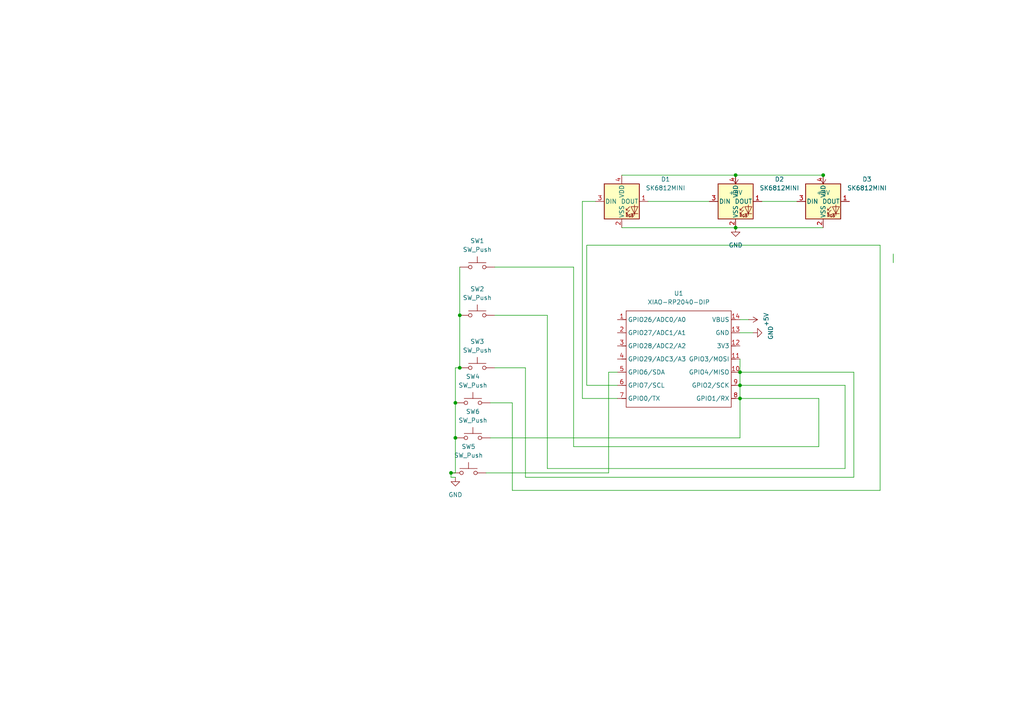
<source format=kicad_sch>
(kicad_sch
	(version 20250114)
	(generator "eeschema")
	(generator_version "9.0")
	(uuid "4443c7d6-165d-46f1-945f-3abb6ff546b3")
	(paper "A4")
	(lib_symbols
		(symbol "LED:SK6812MINI"
			(pin_names
				(offset 0.254)
			)
			(exclude_from_sim no)
			(in_bom yes)
			(on_board yes)
			(property "Reference" "D"
				(at 5.08 5.715 0)
				(effects
					(font
						(size 1.27 1.27)
					)
					(justify right bottom)
				)
			)
			(property "Value" "SK6812MINI"
				(at 1.27 -5.715 0)
				(effects
					(font
						(size 1.27 1.27)
					)
					(justify left top)
				)
			)
			(property "Footprint" "LED_SMD:LED_SK6812MINI_PLCC4_3.5x3.5mm_P1.75mm"
				(at 1.27 -7.62 0)
				(effects
					(font
						(size 1.27 1.27)
					)
					(justify left top)
					(hide yes)
				)
			)
			(property "Datasheet" "https://cdn-shop.adafruit.com/product-files/2686/SK6812MINI_REV.01-1-2.pdf"
				(at 2.54 -9.525 0)
				(effects
					(font
						(size 1.27 1.27)
					)
					(justify left top)
					(hide yes)
				)
			)
			(property "Description" "RGB LED with integrated controller"
				(at 0 0 0)
				(effects
					(font
						(size 1.27 1.27)
					)
					(hide yes)
				)
			)
			(property "ki_keywords" "RGB LED NeoPixel Mini addressable"
				(at 0 0 0)
				(effects
					(font
						(size 1.27 1.27)
					)
					(hide yes)
				)
			)
			(property "ki_fp_filters" "LED*SK6812MINI*PLCC*3.5x3.5mm*P1.75mm*"
				(at 0 0 0)
				(effects
					(font
						(size 1.27 1.27)
					)
					(hide yes)
				)
			)
			(symbol "SK6812MINI_0_0"
				(text "RGB"
					(at 2.286 -4.191 0)
					(effects
						(font
							(size 0.762 0.762)
						)
					)
				)
			)
			(symbol "SK6812MINI_0_1"
				(polyline
					(pts
						(xy 1.27 -2.54) (xy 1.778 -2.54)
					)
					(stroke
						(width 0)
						(type default)
					)
					(fill
						(type none)
					)
				)
				(polyline
					(pts
						(xy 1.27 -3.556) (xy 1.778 -3.556)
					)
					(stroke
						(width 0)
						(type default)
					)
					(fill
						(type none)
					)
				)
				(polyline
					(pts
						(xy 2.286 -1.524) (xy 1.27 -2.54) (xy 1.27 -2.032)
					)
					(stroke
						(width 0)
						(type default)
					)
					(fill
						(type none)
					)
				)
				(polyline
					(pts
						(xy 2.286 -2.54) (xy 1.27 -3.556) (xy 1.27 -3.048)
					)
					(stroke
						(width 0)
						(type default)
					)
					(fill
						(type none)
					)
				)
				(polyline
					(pts
						(xy 3.683 -1.016) (xy 3.683 -3.556) (xy 3.683 -4.064)
					)
					(stroke
						(width 0)
						(type default)
					)
					(fill
						(type none)
					)
				)
				(polyline
					(pts
						(xy 4.699 -1.524) (xy 2.667 -1.524) (xy 3.683 -3.556) (xy 4.699 -1.524)
					)
					(stroke
						(width 0)
						(type default)
					)
					(fill
						(type none)
					)
				)
				(polyline
					(pts
						(xy 4.699 -3.556) (xy 2.667 -3.556)
					)
					(stroke
						(width 0)
						(type default)
					)
					(fill
						(type none)
					)
				)
				(rectangle
					(start 5.08 5.08)
					(end -5.08 -5.08)
					(stroke
						(width 0.254)
						(type default)
					)
					(fill
						(type background)
					)
				)
			)
			(symbol "SK6812MINI_1_1"
				(pin input line
					(at -7.62 0 0)
					(length 2.54)
					(name "DIN"
						(effects
							(font
								(size 1.27 1.27)
							)
						)
					)
					(number "3"
						(effects
							(font
								(size 1.27 1.27)
							)
						)
					)
				)
				(pin power_in line
					(at 0 7.62 270)
					(length 2.54)
					(name "VDD"
						(effects
							(font
								(size 1.27 1.27)
							)
						)
					)
					(number "4"
						(effects
							(font
								(size 1.27 1.27)
							)
						)
					)
				)
				(pin power_in line
					(at 0 -7.62 90)
					(length 2.54)
					(name "VSS"
						(effects
							(font
								(size 1.27 1.27)
							)
						)
					)
					(number "2"
						(effects
							(font
								(size 1.27 1.27)
							)
						)
					)
				)
				(pin output line
					(at 7.62 0 180)
					(length 2.54)
					(name "DOUT"
						(effects
							(font
								(size 1.27 1.27)
							)
						)
					)
					(number "1"
						(effects
							(font
								(size 1.27 1.27)
							)
						)
					)
				)
			)
			(embedded_fonts no)
		)
		(symbol "Seeed_Studio_XIAO_Series:XIAO-RP2040-DIP"
			(exclude_from_sim no)
			(in_bom yes)
			(on_board yes)
			(property "Reference" "U"
				(at 0 0 0)
				(effects
					(font
						(size 1.27 1.27)
					)
				)
			)
			(property "Value" "XIAO-RP2040-DIP"
				(at 5.334 -1.778 0)
				(effects
					(font
						(size 1.27 1.27)
					)
				)
			)
			(property "Footprint" "Module:MOUDLE14P-XIAO-DIP-SMD"
				(at 14.478 -32.258 0)
				(effects
					(font
						(size 1.27 1.27)
					)
					(hide yes)
				)
			)
			(property "Datasheet" ""
				(at 0 0 0)
				(effects
					(font
						(size 1.27 1.27)
					)
					(hide yes)
				)
			)
			(property "Description" ""
				(at 0 0 0)
				(effects
					(font
						(size 1.27 1.27)
					)
					(hide yes)
				)
			)
			(symbol "XIAO-RP2040-DIP_1_0"
				(polyline
					(pts
						(xy -1.27 -2.54) (xy 29.21 -2.54)
					)
					(stroke
						(width 0.1524)
						(type solid)
					)
					(fill
						(type none)
					)
				)
				(polyline
					(pts
						(xy -1.27 -5.08) (xy -2.54 -5.08)
					)
					(stroke
						(width 0.1524)
						(type solid)
					)
					(fill
						(type none)
					)
				)
				(polyline
					(pts
						(xy -1.27 -5.08) (xy -1.27 -2.54)
					)
					(stroke
						(width 0.1524)
						(type solid)
					)
					(fill
						(type none)
					)
				)
				(polyline
					(pts
						(xy -1.27 -8.89) (xy -2.54 -8.89)
					)
					(stroke
						(width 0.1524)
						(type solid)
					)
					(fill
						(type none)
					)
				)
				(polyline
					(pts
						(xy -1.27 -8.89) (xy -1.27 -5.08)
					)
					(stroke
						(width 0.1524)
						(type solid)
					)
					(fill
						(type none)
					)
				)
				(polyline
					(pts
						(xy -1.27 -12.7) (xy -2.54 -12.7)
					)
					(stroke
						(width 0.1524)
						(type solid)
					)
					(fill
						(type none)
					)
				)
				(polyline
					(pts
						(xy -1.27 -12.7) (xy -1.27 -8.89)
					)
					(stroke
						(width 0.1524)
						(type solid)
					)
					(fill
						(type none)
					)
				)
				(polyline
					(pts
						(xy -1.27 -16.51) (xy -2.54 -16.51)
					)
					(stroke
						(width 0.1524)
						(type solid)
					)
					(fill
						(type none)
					)
				)
				(polyline
					(pts
						(xy -1.27 -16.51) (xy -1.27 -12.7)
					)
					(stroke
						(width 0.1524)
						(type solid)
					)
					(fill
						(type none)
					)
				)
				(polyline
					(pts
						(xy -1.27 -20.32) (xy -2.54 -20.32)
					)
					(stroke
						(width 0.1524)
						(type solid)
					)
					(fill
						(type none)
					)
				)
				(polyline
					(pts
						(xy -1.27 -24.13) (xy -2.54 -24.13)
					)
					(stroke
						(width 0.1524)
						(type solid)
					)
					(fill
						(type none)
					)
				)
				(polyline
					(pts
						(xy -1.27 -27.94) (xy -2.54 -27.94)
					)
					(stroke
						(width 0.1524)
						(type solid)
					)
					(fill
						(type none)
					)
				)
				(polyline
					(pts
						(xy -1.27 -30.48) (xy -1.27 -16.51)
					)
					(stroke
						(width 0.1524)
						(type solid)
					)
					(fill
						(type none)
					)
				)
				(polyline
					(pts
						(xy 29.21 -2.54) (xy 29.21 -5.08)
					)
					(stroke
						(width 0.1524)
						(type solid)
					)
					(fill
						(type none)
					)
				)
				(polyline
					(pts
						(xy 29.21 -5.08) (xy 29.21 -8.89)
					)
					(stroke
						(width 0.1524)
						(type solid)
					)
					(fill
						(type none)
					)
				)
				(polyline
					(pts
						(xy 29.21 -8.89) (xy 29.21 -12.7)
					)
					(stroke
						(width 0.1524)
						(type solid)
					)
					(fill
						(type none)
					)
				)
				(polyline
					(pts
						(xy 29.21 -12.7) (xy 29.21 -30.48)
					)
					(stroke
						(width 0.1524)
						(type solid)
					)
					(fill
						(type none)
					)
				)
				(polyline
					(pts
						(xy 29.21 -30.48) (xy -1.27 -30.48)
					)
					(stroke
						(width 0.1524)
						(type solid)
					)
					(fill
						(type none)
					)
				)
				(polyline
					(pts
						(xy 30.48 -5.08) (xy 29.21 -5.08)
					)
					(stroke
						(width 0.1524)
						(type solid)
					)
					(fill
						(type none)
					)
				)
				(polyline
					(pts
						(xy 30.48 -8.89) (xy 29.21 -8.89)
					)
					(stroke
						(width 0.1524)
						(type solid)
					)
					(fill
						(type none)
					)
				)
				(polyline
					(pts
						(xy 30.48 -12.7) (xy 29.21 -12.7)
					)
					(stroke
						(width 0.1524)
						(type solid)
					)
					(fill
						(type none)
					)
				)
				(polyline
					(pts
						(xy 30.48 -16.51) (xy 29.21 -16.51)
					)
					(stroke
						(width 0.1524)
						(type solid)
					)
					(fill
						(type none)
					)
				)
				(polyline
					(pts
						(xy 30.48 -20.32) (xy 29.21 -20.32)
					)
					(stroke
						(width 0.1524)
						(type solid)
					)
					(fill
						(type none)
					)
				)
				(polyline
					(pts
						(xy 30.48 -24.13) (xy 29.21 -24.13)
					)
					(stroke
						(width 0.1524)
						(type solid)
					)
					(fill
						(type none)
					)
				)
				(polyline
					(pts
						(xy 30.48 -27.94) (xy 29.21 -27.94)
					)
					(stroke
						(width 0.1524)
						(type solid)
					)
					(fill
						(type none)
					)
				)
				(pin passive line
					(at -3.81 -5.08 0)
					(length 2.54)
					(name "GPIO26/ADC0/A0"
						(effects
							(font
								(size 1.27 1.27)
							)
						)
					)
					(number "1"
						(effects
							(font
								(size 1.27 1.27)
							)
						)
					)
				)
				(pin passive line
					(at -3.81 -8.89 0)
					(length 2.54)
					(name "GPIO27/ADC1/A1"
						(effects
							(font
								(size 1.27 1.27)
							)
						)
					)
					(number "2"
						(effects
							(font
								(size 1.27 1.27)
							)
						)
					)
				)
				(pin passive line
					(at -3.81 -12.7 0)
					(length 2.54)
					(name "GPIO28/ADC2/A2"
						(effects
							(font
								(size 1.27 1.27)
							)
						)
					)
					(number "3"
						(effects
							(font
								(size 1.27 1.27)
							)
						)
					)
				)
				(pin passive line
					(at -3.81 -16.51 0)
					(length 2.54)
					(name "GPIO29/ADC3/A3"
						(effects
							(font
								(size 1.27 1.27)
							)
						)
					)
					(number "4"
						(effects
							(font
								(size 1.27 1.27)
							)
						)
					)
				)
				(pin passive line
					(at -3.81 -20.32 0)
					(length 2.54)
					(name "GPIO6/SDA"
						(effects
							(font
								(size 1.27 1.27)
							)
						)
					)
					(number "5"
						(effects
							(font
								(size 1.27 1.27)
							)
						)
					)
				)
				(pin passive line
					(at -3.81 -24.13 0)
					(length 2.54)
					(name "GPIO7/SCL"
						(effects
							(font
								(size 1.27 1.27)
							)
						)
					)
					(number "6"
						(effects
							(font
								(size 1.27 1.27)
							)
						)
					)
				)
				(pin passive line
					(at -3.81 -27.94 0)
					(length 2.54)
					(name "GPIO0/TX"
						(effects
							(font
								(size 1.27 1.27)
							)
						)
					)
					(number "7"
						(effects
							(font
								(size 1.27 1.27)
							)
						)
					)
				)
				(pin passive line
					(at 31.75 -5.08 180)
					(length 2.54)
					(name "VBUS"
						(effects
							(font
								(size 1.27 1.27)
							)
						)
					)
					(number "14"
						(effects
							(font
								(size 1.27 1.27)
							)
						)
					)
				)
				(pin passive line
					(at 31.75 -8.89 180)
					(length 2.54)
					(name "GND"
						(effects
							(font
								(size 1.27 1.27)
							)
						)
					)
					(number "13"
						(effects
							(font
								(size 1.27 1.27)
							)
						)
					)
				)
				(pin passive line
					(at 31.75 -12.7 180)
					(length 2.54)
					(name "3V3"
						(effects
							(font
								(size 1.27 1.27)
							)
						)
					)
					(number "12"
						(effects
							(font
								(size 1.27 1.27)
							)
						)
					)
				)
				(pin passive line
					(at 31.75 -16.51 180)
					(length 2.54)
					(name "GPIO3/MOSI"
						(effects
							(font
								(size 1.27 1.27)
							)
						)
					)
					(number "11"
						(effects
							(font
								(size 1.27 1.27)
							)
						)
					)
				)
				(pin passive line
					(at 31.75 -20.32 180)
					(length 2.54)
					(name "GPIO4/MISO"
						(effects
							(font
								(size 1.27 1.27)
							)
						)
					)
					(number "10"
						(effects
							(font
								(size 1.27 1.27)
							)
						)
					)
				)
				(pin passive line
					(at 31.75 -24.13 180)
					(length 2.54)
					(name "GPIO2/SCK"
						(effects
							(font
								(size 1.27 1.27)
							)
						)
					)
					(number "9"
						(effects
							(font
								(size 1.27 1.27)
							)
						)
					)
				)
				(pin passive line
					(at 31.75 -27.94 180)
					(length 2.54)
					(name "GPIO1/RX"
						(effects
							(font
								(size 1.27 1.27)
							)
						)
					)
					(number "8"
						(effects
							(font
								(size 1.27 1.27)
							)
						)
					)
				)
			)
			(embedded_fonts no)
		)
		(symbol "Switch:SW_Push"
			(pin_numbers
				(hide yes)
			)
			(pin_names
				(offset 1.016)
				(hide yes)
			)
			(exclude_from_sim no)
			(in_bom yes)
			(on_board yes)
			(property "Reference" "SW"
				(at 1.27 2.54 0)
				(effects
					(font
						(size 1.27 1.27)
					)
					(justify left)
				)
			)
			(property "Value" "SW_Push"
				(at 0 -1.524 0)
				(effects
					(font
						(size 1.27 1.27)
					)
				)
			)
			(property "Footprint" ""
				(at 0 5.08 0)
				(effects
					(font
						(size 1.27 1.27)
					)
					(hide yes)
				)
			)
			(property "Datasheet" "~"
				(at 0 5.08 0)
				(effects
					(font
						(size 1.27 1.27)
					)
					(hide yes)
				)
			)
			(property "Description" "Push button switch, generic, two pins"
				(at 0 0 0)
				(effects
					(font
						(size 1.27 1.27)
					)
					(hide yes)
				)
			)
			(property "ki_keywords" "switch normally-open pushbutton push-button"
				(at 0 0 0)
				(effects
					(font
						(size 1.27 1.27)
					)
					(hide yes)
				)
			)
			(symbol "SW_Push_0_1"
				(circle
					(center -2.032 0)
					(radius 0.508)
					(stroke
						(width 0)
						(type default)
					)
					(fill
						(type none)
					)
				)
				(polyline
					(pts
						(xy 0 1.27) (xy 0 3.048)
					)
					(stroke
						(width 0)
						(type default)
					)
					(fill
						(type none)
					)
				)
				(circle
					(center 2.032 0)
					(radius 0.508)
					(stroke
						(width 0)
						(type default)
					)
					(fill
						(type none)
					)
				)
				(polyline
					(pts
						(xy 2.54 1.27) (xy -2.54 1.27)
					)
					(stroke
						(width 0)
						(type default)
					)
					(fill
						(type none)
					)
				)
				(pin passive line
					(at -5.08 0 0)
					(length 2.54)
					(name "1"
						(effects
							(font
								(size 1.27 1.27)
							)
						)
					)
					(number "1"
						(effects
							(font
								(size 1.27 1.27)
							)
						)
					)
				)
				(pin passive line
					(at 5.08 0 180)
					(length 2.54)
					(name "2"
						(effects
							(font
								(size 1.27 1.27)
							)
						)
					)
					(number "2"
						(effects
							(font
								(size 1.27 1.27)
							)
						)
					)
				)
			)
			(embedded_fonts no)
		)
		(symbol "power:+5V"
			(power)
			(pin_numbers
				(hide yes)
			)
			(pin_names
				(offset 0)
				(hide yes)
			)
			(exclude_from_sim no)
			(in_bom yes)
			(on_board yes)
			(property "Reference" "#PWR"
				(at 0 -3.81 0)
				(effects
					(font
						(size 1.27 1.27)
					)
					(hide yes)
				)
			)
			(property "Value" "+5V"
				(at 0 3.556 0)
				(effects
					(font
						(size 1.27 1.27)
					)
				)
			)
			(property "Footprint" ""
				(at 0 0 0)
				(effects
					(font
						(size 1.27 1.27)
					)
					(hide yes)
				)
			)
			(property "Datasheet" ""
				(at 0 0 0)
				(effects
					(font
						(size 1.27 1.27)
					)
					(hide yes)
				)
			)
			(property "Description" "Power symbol creates a global label with name \"+5V\""
				(at 0 0 0)
				(effects
					(font
						(size 1.27 1.27)
					)
					(hide yes)
				)
			)
			(property "ki_keywords" "global power"
				(at 0 0 0)
				(effects
					(font
						(size 1.27 1.27)
					)
					(hide yes)
				)
			)
			(symbol "+5V_0_1"
				(polyline
					(pts
						(xy -0.762 1.27) (xy 0 2.54)
					)
					(stroke
						(width 0)
						(type default)
					)
					(fill
						(type none)
					)
				)
				(polyline
					(pts
						(xy 0 2.54) (xy 0.762 1.27)
					)
					(stroke
						(width 0)
						(type default)
					)
					(fill
						(type none)
					)
				)
				(polyline
					(pts
						(xy 0 0) (xy 0 2.54)
					)
					(stroke
						(width 0)
						(type default)
					)
					(fill
						(type none)
					)
				)
			)
			(symbol "+5V_1_1"
				(pin power_in line
					(at 0 0 90)
					(length 0)
					(name "~"
						(effects
							(font
								(size 1.27 1.27)
							)
						)
					)
					(number "1"
						(effects
							(font
								(size 1.27 1.27)
							)
						)
					)
				)
			)
			(embedded_fonts no)
		)
		(symbol "power:GND"
			(power)
			(pin_numbers
				(hide yes)
			)
			(pin_names
				(offset 0)
				(hide yes)
			)
			(exclude_from_sim no)
			(in_bom yes)
			(on_board yes)
			(property "Reference" "#PWR"
				(at 0 -6.35 0)
				(effects
					(font
						(size 1.27 1.27)
					)
					(hide yes)
				)
			)
			(property "Value" "GND"
				(at 0 -3.81 0)
				(effects
					(font
						(size 1.27 1.27)
					)
				)
			)
			(property "Footprint" ""
				(at 0 0 0)
				(effects
					(font
						(size 1.27 1.27)
					)
					(hide yes)
				)
			)
			(property "Datasheet" ""
				(at 0 0 0)
				(effects
					(font
						(size 1.27 1.27)
					)
					(hide yes)
				)
			)
			(property "Description" "Power symbol creates a global label with name \"GND\" , ground"
				(at 0 0 0)
				(effects
					(font
						(size 1.27 1.27)
					)
					(hide yes)
				)
			)
			(property "ki_keywords" "global power"
				(at 0 0 0)
				(effects
					(font
						(size 1.27 1.27)
					)
					(hide yes)
				)
			)
			(symbol "GND_0_1"
				(polyline
					(pts
						(xy 0 0) (xy 0 -1.27) (xy 1.27 -1.27) (xy 0 -2.54) (xy -1.27 -1.27) (xy 0 -1.27)
					)
					(stroke
						(width 0)
						(type default)
					)
					(fill
						(type none)
					)
				)
			)
			(symbol "GND_1_1"
				(pin power_in line
					(at 0 0 270)
					(length 0)
					(name "~"
						(effects
							(font
								(size 1.27 1.27)
							)
						)
					)
					(number "1"
						(effects
							(font
								(size 1.27 1.27)
							)
						)
					)
				)
			)
			(embedded_fonts no)
		)
	)
	(junction
		(at 132.08 127)
		(diameter 0)
		(color 0 0 0 0)
		(uuid "2f015c3e-2f5d-4ce8-83b8-e2817e1576be")
	)
	(junction
		(at 133.35 106.68)
		(diameter 0)
		(color 0 0 0 0)
		(uuid "458993be-9103-4c2f-ac2d-180c6749d0b8")
	)
	(junction
		(at 213.36 66.04)
		(diameter 0)
		(color 0 0 0 0)
		(uuid "4b832460-fc46-4ec5-89bf-fb8e7941e6ea")
	)
	(junction
		(at 130.81 137.16)
		(diameter 0)
		(color 0 0 0 0)
		(uuid "5535b9c7-d689-471b-a471-e009bf84c19c")
	)
	(junction
		(at 133.35 91.44)
		(diameter 0)
		(color 0 0 0 0)
		(uuid "7663650d-4581-493d-a8e6-300af1131b92")
	)
	(junction
		(at 132.08 116.84)
		(diameter 0)
		(color 0 0 0 0)
		(uuid "832f6f38-4fed-4544-b211-756e57f9ae18")
	)
	(junction
		(at 213.36 50.8)
		(diameter 0)
		(color 0 0 0 0)
		(uuid "94312a6f-4d67-467e-a7f2-1d9fd2a8971d")
	)
	(junction
		(at 214.63 107.95)
		(diameter 0)
		(color 0 0 0 0)
		(uuid "976cb1a4-af91-48df-bada-85e9c7b02291")
	)
	(junction
		(at 214.63 115.57)
		(diameter 0)
		(color 0 0 0 0)
		(uuid "e3f392d1-19c4-489b-9395-bdcbff15c8a6")
	)
	(junction
		(at 238.76 50.8)
		(diameter 0)
		(color 0 0 0 0)
		(uuid "e68636ee-1d80-4952-87de-ea34cc7b5ba3")
	)
	(junction
		(at 214.63 111.76)
		(diameter 0)
		(color 0 0 0 0)
		(uuid "fcaa8150-cb7f-4570-9307-cd408b0f6185")
	)
	(wire
		(pts
			(xy 247.65 107.95) (xy 247.65 138.43)
		)
		(stroke
			(width 0)
			(type default)
		)
		(uuid "01c724e9-84c1-4318-abfa-3f46bd331827")
	)
	(wire
		(pts
			(xy 220.98 58.42) (xy 231.14 58.42)
		)
		(stroke
			(width 0)
			(type default)
		)
		(uuid "063c62a1-eb0b-4fff-8c02-77e72df5dfe5")
	)
	(wire
		(pts
			(xy 158.75 135.89) (xy 158.75 91.44)
		)
		(stroke
			(width 0)
			(type default)
		)
		(uuid "08762c6d-d73d-4a5d-905c-ce6af3ae0291")
	)
	(wire
		(pts
			(xy 237.49 115.57) (xy 237.49 129.54)
		)
		(stroke
			(width 0)
			(type default)
		)
		(uuid "0aa93483-1033-452c-b2f6-3c64ebeb5dbc")
	)
	(wire
		(pts
			(xy 168.91 58.42) (xy 168.91 115.57)
		)
		(stroke
			(width 0)
			(type default)
		)
		(uuid "0c8a1755-abea-4d17-9dd2-12c404dbd0dc")
	)
	(wire
		(pts
			(xy 148.59 142.24) (xy 148.59 116.84)
		)
		(stroke
			(width 0)
			(type default)
		)
		(uuid "119a6346-9558-42e2-9d43-51e3bd209afe")
	)
	(wire
		(pts
			(xy 140.97 137.16) (xy 176.53 137.16)
		)
		(stroke
			(width 0)
			(type default)
		)
		(uuid "162203a1-4de3-4d1f-a16a-573df6e22bf6")
	)
	(wire
		(pts
			(xy 170.18 71.12) (xy 170.18 111.76)
		)
		(stroke
			(width 0)
			(type default)
		)
		(uuid "29fd997a-cfe2-4329-a45c-b118d0608f1a")
	)
	(wire
		(pts
			(xy 214.63 115.57) (xy 237.49 115.57)
		)
		(stroke
			(width 0)
			(type default)
		)
		(uuid "2c840d50-d723-4612-b721-089d297c833b")
	)
	(wire
		(pts
			(xy 176.53 137.16) (xy 176.53 107.95)
		)
		(stroke
			(width 0)
			(type default)
		)
		(uuid "31b91b03-9a0e-47a0-8cec-73e32270ce8f")
	)
	(wire
		(pts
			(xy 176.53 107.95) (xy 179.07 107.95)
		)
		(stroke
			(width 0)
			(type default)
		)
		(uuid "35f004e3-b3d5-40ec-bb9f-7eaeae7390b2")
	)
	(wire
		(pts
			(xy 180.34 66.04) (xy 213.36 66.04)
		)
		(stroke
			(width 0)
			(type default)
		)
		(uuid "37246baf-0a67-4e50-9618-bec883a9aeb2")
	)
	(wire
		(pts
			(xy 132.08 138.43) (xy 130.81 138.43)
		)
		(stroke
			(width 0)
			(type default)
		)
		(uuid "43dec3ac-68f1-44cd-894b-9365a4af50dc")
	)
	(wire
		(pts
			(xy 132.08 106.68) (xy 132.08 116.84)
		)
		(stroke
			(width 0)
			(type default)
		)
		(uuid "4b6b7309-8c7e-4bd1-a471-8ae51e63660b")
	)
	(wire
		(pts
			(xy 214.63 111.76) (xy 245.11 111.76)
		)
		(stroke
			(width 0)
			(type default)
		)
		(uuid "582925ea-c5c1-4e76-8495-8e9e7ea29b1b")
	)
	(wire
		(pts
			(xy 133.35 106.68) (xy 132.08 106.68)
		)
		(stroke
			(width 0)
			(type default)
		)
		(uuid "5fb0eaed-328a-40a6-88dc-ad11ca896c4b")
	)
	(wire
		(pts
			(xy 133.35 91.44) (xy 133.35 106.68)
		)
		(stroke
			(width 0)
			(type default)
		)
		(uuid "64ad4b42-b6da-4591-99cd-7b41ef6e916c")
	)
	(wire
		(pts
			(xy 170.18 71.12) (xy 255.27 71.12)
		)
		(stroke
			(width 0)
			(type default)
		)
		(uuid "66c5899c-709e-49d4-b113-05bfd7047483")
	)
	(wire
		(pts
			(xy 152.4 138.43) (xy 152.4 106.68)
		)
		(stroke
			(width 0)
			(type default)
		)
		(uuid "69491e2f-48f5-41c5-8b4a-269fabda2838")
	)
	(wire
		(pts
			(xy 255.27 142.24) (xy 148.59 142.24)
		)
		(stroke
			(width 0)
			(type default)
		)
		(uuid "6be5a770-cd46-4a47-bd42-541e27bb6a9d")
	)
	(wire
		(pts
			(xy 168.91 115.57) (xy 179.07 115.57)
		)
		(stroke
			(width 0)
			(type default)
		)
		(uuid "6f3555c2-12c0-4216-a1db-0030f6c8e628")
	)
	(wire
		(pts
			(xy 214.63 107.95) (xy 247.65 107.95)
		)
		(stroke
			(width 0)
			(type default)
		)
		(uuid "7304dd25-02a8-4a9d-bdf0-54b1e2455f7f")
	)
	(wire
		(pts
			(xy 218.44 96.52) (xy 214.63 96.52)
		)
		(stroke
			(width 0)
			(type default)
		)
		(uuid "7421c25f-3518-4aa7-8963-60ec9c96540b")
	)
	(wire
		(pts
			(xy 133.35 77.47) (xy 133.35 91.44)
		)
		(stroke
			(width 0)
			(type default)
		)
		(uuid "7a18f54b-655d-4011-a317-e9f8a9088008")
	)
	(wire
		(pts
			(xy 132.08 116.84) (xy 132.08 127)
		)
		(stroke
			(width 0)
			(type default)
		)
		(uuid "7dbcd59f-7931-45e8-9ea7-2c9b321ffb49")
	)
	(wire
		(pts
			(xy 214.63 111.76) (xy 214.63 107.95)
		)
		(stroke
			(width 0)
			(type default)
		)
		(uuid "801c7640-760f-4ef9-bee7-d10aa1445dbe")
	)
	(wire
		(pts
			(xy 172.72 58.42) (xy 168.91 58.42)
		)
		(stroke
			(width 0)
			(type default)
		)
		(uuid "82609a56-a50e-4de5-8f4b-5493f6150ec8")
	)
	(wire
		(pts
			(xy 247.65 138.43) (xy 152.4 138.43)
		)
		(stroke
			(width 0)
			(type default)
		)
		(uuid "8319159e-11d8-415a-98b1-1fed1d6ea263")
	)
	(wire
		(pts
			(xy 214.63 107.95) (xy 214.63 104.14)
		)
		(stroke
			(width 0)
			(type default)
		)
		(uuid "832858b3-7bb6-45b1-984a-46d2158c1ec9")
	)
	(wire
		(pts
			(xy 132.08 127) (xy 132.08 137.16)
		)
		(stroke
			(width 0)
			(type default)
		)
		(uuid "8e96d07e-0c2a-452f-9b52-5620a062937f")
	)
	(wire
		(pts
			(xy 245.11 111.76) (xy 245.11 135.89)
		)
		(stroke
			(width 0)
			(type default)
		)
		(uuid "92ffc34c-f778-466e-9cf9-07eaf0d99959")
	)
	(wire
		(pts
			(xy 213.36 66.04) (xy 238.76 66.04)
		)
		(stroke
			(width 0)
			(type default)
		)
		(uuid "94790731-f556-4c55-929f-c545c92a1688")
	)
	(wire
		(pts
			(xy 130.81 138.43) (xy 130.81 137.16)
		)
		(stroke
			(width 0)
			(type default)
		)
		(uuid "9c1cb37d-266b-4ae8-bfd2-ff915cd3c138")
	)
	(wire
		(pts
			(xy 166.37 129.54) (xy 166.37 77.47)
		)
		(stroke
			(width 0)
			(type default)
		)
		(uuid "9dcc52a9-58da-44d5-9faf-420f4f02c68b")
	)
	(wire
		(pts
			(xy 245.11 135.89) (xy 158.75 135.89)
		)
		(stroke
			(width 0)
			(type default)
		)
		(uuid "a662dc54-fb0e-47d9-b1e5-f6baa259d11d")
	)
	(wire
		(pts
			(xy 142.24 127) (xy 214.63 127)
		)
		(stroke
			(width 0)
			(type default)
		)
		(uuid "a7ac1226-bbee-4d98-9a3f-06c09c776285")
	)
	(wire
		(pts
			(xy 255.27 71.12) (xy 255.27 142.24)
		)
		(stroke
			(width 0)
			(type default)
		)
		(uuid "a8c1cf70-54ca-4c92-9931-4b5e92fa48da")
	)
	(wire
		(pts
			(xy 158.75 91.44) (xy 143.51 91.44)
		)
		(stroke
			(width 0)
			(type default)
		)
		(uuid "aad39689-2fb0-4720-9786-f876681ce5d2")
	)
	(wire
		(pts
			(xy 213.36 50.8) (xy 238.76 50.8)
		)
		(stroke
			(width 0)
			(type default)
		)
		(uuid "aba4490b-0f38-4448-b687-de0b919480ca")
	)
	(wire
		(pts
			(xy 170.18 111.76) (xy 179.07 111.76)
		)
		(stroke
			(width 0)
			(type default)
		)
		(uuid "ace12c79-2703-4fd1-8e2e-c15f6443444c")
	)
	(wire
		(pts
			(xy 180.34 50.8) (xy 213.36 50.8)
		)
		(stroke
			(width 0)
			(type default)
		)
		(uuid "b23e3464-4f0d-40af-836c-66ed3acf204f")
	)
	(wire
		(pts
			(xy 132.08 137.16) (xy 130.81 137.16)
		)
		(stroke
			(width 0)
			(type default)
		)
		(uuid "bd4d9e7e-7e55-48c0-a31b-3fed1ace4aeb")
	)
	(wire
		(pts
			(xy 142.24 116.84) (xy 148.59 116.84)
		)
		(stroke
			(width 0)
			(type default)
		)
		(uuid "be1b60f5-b1d0-4df2-bb6e-fe784a05eb5b")
	)
	(wire
		(pts
			(xy 259.08 76.2) (xy 259.08 73.66)
		)
		(stroke
			(width 0)
			(type default)
		)
		(uuid "c736937b-254f-44dc-bf4a-f28e4eeae514")
	)
	(wire
		(pts
			(xy 166.37 77.47) (xy 143.51 77.47)
		)
		(stroke
			(width 0)
			(type default)
		)
		(uuid "d25c7b8c-7188-4eee-87f3-b05117319323")
	)
	(wire
		(pts
			(xy 214.63 127) (xy 214.63 115.57)
		)
		(stroke
			(width 0)
			(type default)
		)
		(uuid "d9940bf4-49b9-4949-8a13-9a917d387fad")
	)
	(wire
		(pts
			(xy 217.17 92.71) (xy 214.63 92.71)
		)
		(stroke
			(width 0)
			(type default)
		)
		(uuid "dc453b4c-8769-4f57-b499-2ebbbcbf2193")
	)
	(wire
		(pts
			(xy 237.49 129.54) (xy 166.37 129.54)
		)
		(stroke
			(width 0)
			(type default)
		)
		(uuid "e012664a-0cd1-46f3-a837-3b507ffcf016")
	)
	(wire
		(pts
			(xy 152.4 106.68) (xy 143.51 106.68)
		)
		(stroke
			(width 0)
			(type default)
		)
		(uuid "e554ae62-8c7e-445b-9903-aa1a736698ef")
	)
	(wire
		(pts
			(xy 187.96 58.42) (xy 205.74 58.42)
		)
		(stroke
			(width 0)
			(type default)
		)
		(uuid "f632733f-35b5-4ba5-87be-5f08f7ea11a3")
	)
	(wire
		(pts
			(xy 214.63 115.57) (xy 214.63 111.76)
		)
		(stroke
			(width 0)
			(type default)
		)
		(uuid "fa54029b-9e40-4939-a66c-350499d42ee6")
	)
	(symbol
		(lib_id "LED:SK6812MINI")
		(at 238.76 58.42 0)
		(unit 1)
		(exclude_from_sim no)
		(in_bom yes)
		(on_board yes)
		(dnp no)
		(fields_autoplaced yes)
		(uuid "2196caf1-f61c-4b8f-b108-5f4821e078cb")
		(property "Reference" "D3"
			(at 251.46 51.9998 0)
			(effects
				(font
					(size 1.27 1.27)
				)
			)
		)
		(property "Value" "SK6812MINI"
			(at 251.46 54.5398 0)
			(effects
				(font
					(size 1.27 1.27)
				)
			)
		)
		(property "Footprint" "LED_SMD:LED_SK6812MINI_PLCC4_3.5x3.5mm_P1.75mm"
			(at 240.03 66.04 0)
			(effects
				(font
					(size 1.27 1.27)
				)
				(justify left top)
				(hide yes)
			)
		)
		(property "Datasheet" "https://cdn-shop.adafruit.com/product-files/2686/SK6812MINI_REV.01-1-2.pdf"
			(at 241.3 67.945 0)
			(effects
				(font
					(size 1.27 1.27)
				)
				(justify left top)
				(hide yes)
			)
		)
		(property "Description" "RGB LED with integrated controller"
			(at 238.76 58.42 0)
			(effects
				(font
					(size 1.27 1.27)
				)
				(hide yes)
			)
		)
		(pin "1"
			(uuid "d9b551d7-6698-472b-9d2b-b7a3e15aa668")
		)
		(pin "3"
			(uuid "f103d26d-69f6-41bd-904c-e1188985556d")
		)
		(pin "4"
			(uuid "4ed7576e-2d42-44e1-a151-055d9469425d")
		)
		(pin "2"
			(uuid "6f247e4e-6de7-4fb5-8c31-052edc4a7967")
		)
		(instances
			(project "Schematics"
				(path "/4443c7d6-165d-46f1-945f-3abb6ff546b3"
					(reference "D3")
					(unit 1)
				)
			)
		)
	)
	(symbol
		(lib_id "Seeed_Studio_XIAO_Series:XIAO-RP2040-DIP")
		(at 182.88 87.63 0)
		(unit 1)
		(exclude_from_sim no)
		(in_bom yes)
		(on_board yes)
		(dnp no)
		(fields_autoplaced yes)
		(uuid "55647fa1-535b-46f6-8a32-6251697c5ce1")
		(property "Reference" "U1"
			(at 196.85 85.09 0)
			(effects
				(font
					(size 1.27 1.27)
				)
			)
		)
		(property "Value" "XIAO-RP2040-DIP"
			(at 196.85 87.63 0)
			(effects
				(font
					(size 1.27 1.27)
				)
			)
		)
		(property "Footprint" "5:XIAO-RP2040-DIP"
			(at 197.358 119.888 0)
			(effects
				(font
					(size 1.27 1.27)
				)
				(hide yes)
			)
		)
		(property "Datasheet" ""
			(at 182.88 87.63 0)
			(effects
				(font
					(size 1.27 1.27)
				)
				(hide yes)
			)
		)
		(property "Description" ""
			(at 182.88 87.63 0)
			(effects
				(font
					(size 1.27 1.27)
				)
				(hide yes)
			)
		)
		(pin "3"
			(uuid "7b3e2736-626f-4376-afbd-36e2fb9cbbd3")
		)
		(pin "4"
			(uuid "432a1cec-e6dc-4be4-b433-6e5e401931c3")
		)
		(pin "6"
			(uuid "5af7fa27-2e76-46d8-8046-56b08d1fef74")
		)
		(pin "1"
			(uuid "ee2e41ad-175f-4213-8477-ba87817857ec")
		)
		(pin "2"
			(uuid "1f610484-804c-4cd5-8ce5-72e238d80b9e")
		)
		(pin "5"
			(uuid "6443aaab-ebcb-4e11-b4fd-9747a72f3d32")
		)
		(pin "13"
			(uuid "e6be38d0-29cf-4a69-9a99-3a850f5d2beb")
		)
		(pin "8"
			(uuid "c9ffc1d8-904b-499b-b70c-1e8db1d3bcdb")
		)
		(pin "7"
			(uuid "04b4df8e-9561-4468-b165-ffb9ccea84f8")
		)
		(pin "11"
			(uuid "68169e8f-8bcc-4dd1-b594-0937bddb4473")
		)
		(pin "14"
			(uuid "5108809a-de29-4b4f-9256-fdfe3511246b")
		)
		(pin "9"
			(uuid "bc045bcd-7690-459a-aeb4-72d962b9b95a")
		)
		(pin "10"
			(uuid "22dbb07e-abab-4cd2-a807-0ec0a7ec845a")
		)
		(pin "12"
			(uuid "cafd1898-5222-4d5e-b4ad-955215622305")
		)
		(instances
			(project ""
				(path "/4443c7d6-165d-46f1-945f-3abb6ff546b3"
					(reference "U1")
					(unit 1)
				)
			)
		)
	)
	(symbol
		(lib_id "power:+5V")
		(at 217.17 92.71 270)
		(unit 1)
		(exclude_from_sim no)
		(in_bom yes)
		(on_board yes)
		(dnp no)
		(fields_autoplaced yes)
		(uuid "5dd38f2a-aa6e-4002-9b55-18a3f6b4c7f2")
		(property "Reference" "#PWR04"
			(at 213.36 92.71 0)
			(effects
				(font
					(size 1.27 1.27)
				)
				(hide yes)
			)
		)
		(property "Value" "+5V"
			(at 222.25 92.71 0)
			(effects
				(font
					(size 1.27 1.27)
				)
			)
		)
		(property "Footprint" ""
			(at 217.17 92.71 0)
			(effects
				(font
					(size 1.27 1.27)
				)
				(hide yes)
			)
		)
		(property "Datasheet" ""
			(at 217.17 92.71 0)
			(effects
				(font
					(size 1.27 1.27)
				)
				(hide yes)
			)
		)
		(property "Description" "Power symbol creates a global label with name \"+5V\""
			(at 217.17 92.71 0)
			(effects
				(font
					(size 1.27 1.27)
				)
				(hide yes)
			)
		)
		(pin "1"
			(uuid "f2c5b1c2-f119-4525-b383-91352c47805f")
		)
		(instances
			(project ""
				(path "/4443c7d6-165d-46f1-945f-3abb6ff546b3"
					(reference "#PWR04")
					(unit 1)
				)
			)
		)
	)
	(symbol
		(lib_id "Switch:SW_Push")
		(at 138.43 106.68 0)
		(unit 1)
		(exclude_from_sim no)
		(in_bom yes)
		(on_board yes)
		(dnp no)
		(fields_autoplaced yes)
		(uuid "5e9244d9-ca83-4958-b75e-08ccc8d2bd53")
		(property "Reference" "SW3"
			(at 138.43 99.06 0)
			(effects
				(font
					(size 1.27 1.27)
				)
			)
		)
		(property "Value" "SW_Push"
			(at 138.43 101.6 0)
			(effects
				(font
					(size 1.27 1.27)
				)
			)
		)
		(property "Footprint" "Button_Switch_Keyboard:SW_Cherry_MX_1.00u_PCB"
			(at 138.43 101.6 0)
			(effects
				(font
					(size 1.27 1.27)
				)
				(hide yes)
			)
		)
		(property "Datasheet" "~"
			(at 138.43 101.6 0)
			(effects
				(font
					(size 1.27 1.27)
				)
				(hide yes)
			)
		)
		(property "Description" "Push button switch, generic, two pins"
			(at 138.43 106.68 0)
			(effects
				(font
					(size 1.27 1.27)
				)
				(hide yes)
			)
		)
		(pin "1"
			(uuid "31508c55-abed-458d-bf5f-6e4be32b1929")
		)
		(pin "2"
			(uuid "f2fe5d01-aaf0-4289-b877-2ea148cf570c")
		)
		(instances
			(project ""
				(path "/4443c7d6-165d-46f1-945f-3abb6ff546b3"
					(reference "SW3")
					(unit 1)
				)
			)
		)
	)
	(symbol
		(lib_id "power:GND")
		(at 132.08 138.43 0)
		(unit 1)
		(exclude_from_sim no)
		(in_bom yes)
		(on_board yes)
		(dnp no)
		(fields_autoplaced yes)
		(uuid "63d959b9-9557-46dc-a829-f4882d502d52")
		(property "Reference" "#PWR02"
			(at 132.08 144.78 0)
			(effects
				(font
					(size 1.27 1.27)
				)
				(hide yes)
			)
		)
		(property "Value" "GND"
			(at 132.08 143.51 0)
			(effects
				(font
					(size 1.27 1.27)
				)
			)
		)
		(property "Footprint" ""
			(at 132.08 138.43 0)
			(effects
				(font
					(size 1.27 1.27)
				)
				(hide yes)
			)
		)
		(property "Datasheet" ""
			(at 132.08 138.43 0)
			(effects
				(font
					(size 1.27 1.27)
				)
				(hide yes)
			)
		)
		(property "Description" "Power symbol creates a global label with name \"GND\" , ground"
			(at 132.08 138.43 0)
			(effects
				(font
					(size 1.27 1.27)
				)
				(hide yes)
			)
		)
		(pin "1"
			(uuid "d61e7ebd-13d2-43a0-b5e1-aa79adb3d429")
		)
		(instances
			(project ""
				(path "/4443c7d6-165d-46f1-945f-3abb6ff546b3"
					(reference "#PWR02")
					(unit 1)
				)
			)
		)
	)
	(symbol
		(lib_id "Switch:SW_Push")
		(at 135.89 137.16 0)
		(unit 1)
		(exclude_from_sim no)
		(in_bom yes)
		(on_board yes)
		(dnp no)
		(fields_autoplaced yes)
		(uuid "69ce1114-b230-4f17-9603-a8c904e7a650")
		(property "Reference" "SW5"
			(at 135.89 129.54 0)
			(effects
				(font
					(size 1.27 1.27)
				)
			)
		)
		(property "Value" "SW_Push"
			(at 135.89 132.08 0)
			(effects
				(font
					(size 1.27 1.27)
				)
			)
		)
		(property "Footprint" "Button_Switch_Keyboard:SW_Cherry_MX_1.00u_PCB"
			(at 135.89 132.08 0)
			(effects
				(font
					(size 1.27 1.27)
				)
				(hide yes)
			)
		)
		(property "Datasheet" "~"
			(at 135.89 132.08 0)
			(effects
				(font
					(size 1.27 1.27)
				)
				(hide yes)
			)
		)
		(property "Description" "Push button switch, generic, two pins"
			(at 135.89 137.16 0)
			(effects
				(font
					(size 1.27 1.27)
				)
				(hide yes)
			)
		)
		(pin "2"
			(uuid "29166eeb-8be1-4c55-afb0-c1c945fa6020")
		)
		(pin "1"
			(uuid "a1940e7a-8757-41b6-b8cd-58a38afcc683")
		)
		(instances
			(project "Schematics"
				(path "/4443c7d6-165d-46f1-945f-3abb6ff546b3"
					(reference "SW5")
					(unit 1)
				)
			)
		)
	)
	(symbol
		(lib_id "power:GND")
		(at 218.44 96.52 90)
		(unit 1)
		(exclude_from_sim no)
		(in_bom yes)
		(on_board yes)
		(dnp no)
		(fields_autoplaced yes)
		(uuid "7e897c55-6ea0-4a67-bf0a-adf3ab7c2409")
		(property "Reference" "#PWR05"
			(at 224.79 96.52 0)
			(effects
				(font
					(size 1.27 1.27)
				)
				(hide yes)
			)
		)
		(property "Value" "GND"
			(at 223.52 96.52 0)
			(effects
				(font
					(size 1.27 1.27)
				)
			)
		)
		(property "Footprint" ""
			(at 218.44 96.52 0)
			(effects
				(font
					(size 1.27 1.27)
				)
				(hide yes)
			)
		)
		(property "Datasheet" ""
			(at 218.44 96.52 0)
			(effects
				(font
					(size 1.27 1.27)
				)
				(hide yes)
			)
		)
		(property "Description" "Power symbol creates a global label with name \"GND\" , ground"
			(at 218.44 96.52 0)
			(effects
				(font
					(size 1.27 1.27)
				)
				(hide yes)
			)
		)
		(pin "1"
			(uuid "9b575210-9458-4138-97a3-3187a946e7c2")
		)
		(instances
			(project ""
				(path "/4443c7d6-165d-46f1-945f-3abb6ff546b3"
					(reference "#PWR05")
					(unit 1)
				)
			)
		)
	)
	(symbol
		(lib_id "power:+5V")
		(at 213.36 50.8 180)
		(unit 1)
		(exclude_from_sim no)
		(in_bom yes)
		(on_board yes)
		(dnp no)
		(fields_autoplaced yes)
		(uuid "9a7d22ed-5600-456c-b60e-729fe26a66fd")
		(property "Reference" "#PWR01"
			(at 213.36 46.99 0)
			(effects
				(font
					(size 1.27 1.27)
				)
				(hide yes)
			)
		)
		(property "Value" "+5V"
			(at 213.36 55.88 0)
			(effects
				(font
					(size 1.27 1.27)
				)
			)
		)
		(property "Footprint" ""
			(at 213.36 50.8 0)
			(effects
				(font
					(size 1.27 1.27)
				)
				(hide yes)
			)
		)
		(property "Datasheet" ""
			(at 213.36 50.8 0)
			(effects
				(font
					(size 1.27 1.27)
				)
				(hide yes)
			)
		)
		(property "Description" "Power symbol creates a global label with name \"+5V\""
			(at 213.36 50.8 0)
			(effects
				(font
					(size 1.27 1.27)
				)
				(hide yes)
			)
		)
		(pin "1"
			(uuid "1d558838-665e-4b4a-babb-78453ad3dfe0")
		)
		(instances
			(project ""
				(path "/4443c7d6-165d-46f1-945f-3abb6ff546b3"
					(reference "#PWR01")
					(unit 1)
				)
			)
		)
	)
	(symbol
		(lib_id "power:GND")
		(at 213.36 66.04 0)
		(unit 1)
		(exclude_from_sim no)
		(in_bom yes)
		(on_board yes)
		(dnp no)
		(fields_autoplaced yes)
		(uuid "b38ee940-5fbf-4a20-93d7-41ad6603f01d")
		(property "Reference" "#PWR03"
			(at 213.36 72.39 0)
			(effects
				(font
					(size 1.27 1.27)
				)
				(hide yes)
			)
		)
		(property "Value" "GND"
			(at 213.36 71.12 0)
			(effects
				(font
					(size 1.27 1.27)
				)
			)
		)
		(property "Footprint" ""
			(at 213.36 66.04 0)
			(effects
				(font
					(size 1.27 1.27)
				)
				(hide yes)
			)
		)
		(property "Datasheet" ""
			(at 213.36 66.04 0)
			(effects
				(font
					(size 1.27 1.27)
				)
				(hide yes)
			)
		)
		(property "Description" "Power symbol creates a global label with name \"GND\" , ground"
			(at 213.36 66.04 0)
			(effects
				(font
					(size 1.27 1.27)
				)
				(hide yes)
			)
		)
		(pin "1"
			(uuid "a679cccd-26ce-4c20-b725-6fa710af4e7b")
		)
		(instances
			(project ""
				(path "/4443c7d6-165d-46f1-945f-3abb6ff546b3"
					(reference "#PWR03")
					(unit 1)
				)
			)
		)
	)
	(symbol
		(lib_id "LED:SK6812MINI")
		(at 180.34 58.42 0)
		(unit 1)
		(exclude_from_sim no)
		(in_bom yes)
		(on_board yes)
		(dnp no)
		(fields_autoplaced yes)
		(uuid "b8f11271-0a2c-46ce-bb0e-924bfbdda206")
		(property "Reference" "D1"
			(at 193.04 51.9998 0)
			(effects
				(font
					(size 1.27 1.27)
				)
			)
		)
		(property "Value" "SK6812MINI"
			(at 193.04 54.5398 0)
			(effects
				(font
					(size 1.27 1.27)
				)
			)
		)
		(property "Footprint" "LED_SMD:LED_SK6812MINI_PLCC4_3.5x3.5mm_P1.75mm"
			(at 181.61 66.04 0)
			(effects
				(font
					(size 1.27 1.27)
				)
				(justify left top)
				(hide yes)
			)
		)
		(property "Datasheet" "https://cdn-shop.adafruit.com/product-files/2686/SK6812MINI_REV.01-1-2.pdf"
			(at 182.88 67.945 0)
			(effects
				(font
					(size 1.27 1.27)
				)
				(justify left top)
				(hide yes)
			)
		)
		(property "Description" "RGB LED with integrated controller"
			(at 180.34 58.42 0)
			(effects
				(font
					(size 1.27 1.27)
				)
				(hide yes)
			)
		)
		(pin "4"
			(uuid "8f543a8b-6db0-4dcd-8e39-0aeec3fae109")
		)
		(pin "1"
			(uuid "a9506318-ddd8-4582-816c-f2fdcd1956c2")
		)
		(pin "3"
			(uuid "40bf1099-4ae0-4df5-9b5e-43554fd609e3")
		)
		(pin "2"
			(uuid "4e2b5604-fbba-45e5-a689-aab5ce33edba")
		)
		(instances
			(project ""
				(path "/4443c7d6-165d-46f1-945f-3abb6ff546b3"
					(reference "D1")
					(unit 1)
				)
			)
		)
	)
	(symbol
		(lib_id "LED:SK6812MINI")
		(at 213.36 58.42 0)
		(unit 1)
		(exclude_from_sim no)
		(in_bom yes)
		(on_board yes)
		(dnp no)
		(fields_autoplaced yes)
		(uuid "be8c8202-e78e-426d-9a35-39bc48653872")
		(property "Reference" "D2"
			(at 226.06 51.9998 0)
			(effects
				(font
					(size 1.27 1.27)
				)
			)
		)
		(property "Value" "SK6812MINI"
			(at 226.06 54.5398 0)
			(effects
				(font
					(size 1.27 1.27)
				)
			)
		)
		(property "Footprint" "LED_SMD:LED_SK6812MINI_PLCC4_3.5x3.5mm_P1.75mm"
			(at 214.63 66.04 0)
			(effects
				(font
					(size 1.27 1.27)
				)
				(justify left top)
				(hide yes)
			)
		)
		(property "Datasheet" "https://cdn-shop.adafruit.com/product-files/2686/SK6812MINI_REV.01-1-2.pdf"
			(at 215.9 67.945 0)
			(effects
				(font
					(size 1.27 1.27)
				)
				(justify left top)
				(hide yes)
			)
		)
		(property "Description" "RGB LED with integrated controller"
			(at 213.36 58.42 0)
			(effects
				(font
					(size 1.27 1.27)
				)
				(hide yes)
			)
		)
		(pin "1"
			(uuid "faaafbcc-24f4-4018-a2f3-aa11210323b3")
		)
		(pin "3"
			(uuid "f25b37bc-5ec8-4919-82b8-2a0be6f9b405")
		)
		(pin "4"
			(uuid "fb4591ef-623c-4041-aa95-00f71cad6245")
		)
		(pin "2"
			(uuid "a7fa83dd-fce2-4f46-8dc9-a25f947f2827")
		)
		(instances
			(project ""
				(path "/4443c7d6-165d-46f1-945f-3abb6ff546b3"
					(reference "D2")
					(unit 1)
				)
			)
		)
	)
	(symbol
		(lib_id "power:+5V")
		(at 238.76 50.8 180)
		(unit 1)
		(exclude_from_sim no)
		(in_bom yes)
		(on_board yes)
		(dnp no)
		(fields_autoplaced yes)
		(uuid "cad497ae-aecd-4781-9f0a-060b9d945ca1")
		(property "Reference" "#PWR06"
			(at 238.76 46.99 0)
			(effects
				(font
					(size 1.27 1.27)
				)
				(hide yes)
			)
		)
		(property "Value" "+5V"
			(at 238.76 55.88 0)
			(effects
				(font
					(size 1.27 1.27)
				)
			)
		)
		(property "Footprint" ""
			(at 238.76 50.8 0)
			(effects
				(font
					(size 1.27 1.27)
				)
				(hide yes)
			)
		)
		(property "Datasheet" ""
			(at 238.76 50.8 0)
			(effects
				(font
					(size 1.27 1.27)
				)
				(hide yes)
			)
		)
		(property "Description" "Power symbol creates a global label with name \"+5V\""
			(at 238.76 50.8 0)
			(effects
				(font
					(size 1.27 1.27)
				)
				(hide yes)
			)
		)
		(pin "1"
			(uuid "032ce17e-55aa-4a75-9589-9341ea515306")
		)
		(instances
			(project "Schematics"
				(path "/4443c7d6-165d-46f1-945f-3abb6ff546b3"
					(reference "#PWR06")
					(unit 1)
				)
			)
		)
	)
	(symbol
		(lib_id "Switch:SW_Push")
		(at 137.16 127 0)
		(unit 1)
		(exclude_from_sim no)
		(in_bom yes)
		(on_board yes)
		(dnp no)
		(fields_autoplaced yes)
		(uuid "ce216a9c-64c3-45c3-8ee7-f80796cd2d77")
		(property "Reference" "SW6"
			(at 137.16 119.38 0)
			(effects
				(font
					(size 1.27 1.27)
				)
			)
		)
		(property "Value" "SW_Push"
			(at 137.16 121.92 0)
			(effects
				(font
					(size 1.27 1.27)
				)
			)
		)
		(property "Footprint" "Button_Switch_Keyboard:SW_Cherry_MX_1.00u_PCB"
			(at 137.16 121.92 0)
			(effects
				(font
					(size 1.27 1.27)
				)
				(hide yes)
			)
		)
		(property "Datasheet" "~"
			(at 137.16 121.92 0)
			(effects
				(font
					(size 1.27 1.27)
				)
				(hide yes)
			)
		)
		(property "Description" "Push button switch, generic, two pins"
			(at 137.16 127 0)
			(effects
				(font
					(size 1.27 1.27)
				)
				(hide yes)
			)
		)
		(pin "1"
			(uuid "4a928d9f-e00b-4250-8326-961ee7ce96a8")
		)
		(pin "2"
			(uuid "bd36d6e3-1398-4280-a214-b1778c3141d9")
		)
		(instances
			(project "Schematics"
				(path "/4443c7d6-165d-46f1-945f-3abb6ff546b3"
					(reference "SW6")
					(unit 1)
				)
			)
		)
	)
	(symbol
		(lib_id "Switch:SW_Push")
		(at 137.16 116.84 0)
		(unit 1)
		(exclude_from_sim no)
		(in_bom yes)
		(on_board yes)
		(dnp no)
		(fields_autoplaced yes)
		(uuid "cfd09df8-5115-4d28-9ced-3313316684e1")
		(property "Reference" "SW4"
			(at 137.16 109.22 0)
			(effects
				(font
					(size 1.27 1.27)
				)
			)
		)
		(property "Value" "SW_Push"
			(at 137.16 111.76 0)
			(effects
				(font
					(size 1.27 1.27)
				)
			)
		)
		(property "Footprint" "Button_Switch_Keyboard:SW_Cherry_MX_1.00u_PCB"
			(at 137.16 111.76 0)
			(effects
				(font
					(size 1.27 1.27)
				)
				(hide yes)
			)
		)
		(property "Datasheet" "~"
			(at 137.16 111.76 0)
			(effects
				(font
					(size 1.27 1.27)
				)
				(hide yes)
			)
		)
		(property "Description" "Push button switch, generic, two pins"
			(at 137.16 116.84 0)
			(effects
				(font
					(size 1.27 1.27)
				)
				(hide yes)
			)
		)
		(pin "2"
			(uuid "11d179e3-4fa1-4907-84ba-d581f2ff5d05")
		)
		(pin "1"
			(uuid "ad42171e-f629-4034-83b4-3f14736284a3")
		)
		(instances
			(project ""
				(path "/4443c7d6-165d-46f1-945f-3abb6ff546b3"
					(reference "SW4")
					(unit 1)
				)
			)
		)
	)
	(symbol
		(lib_id "Switch:SW_Push")
		(at 138.43 91.44 0)
		(unit 1)
		(exclude_from_sim no)
		(in_bom yes)
		(on_board yes)
		(dnp no)
		(fields_autoplaced yes)
		(uuid "dd5bf123-1530-49df-82ba-48eb92951f62")
		(property "Reference" "SW2"
			(at 138.43 83.82 0)
			(effects
				(font
					(size 1.27 1.27)
				)
			)
		)
		(property "Value" "SW_Push"
			(at 138.43 86.36 0)
			(effects
				(font
					(size 1.27 1.27)
				)
			)
		)
		(property "Footprint" "Button_Switch_Keyboard:SW_Cherry_MX_1.00u_PCB"
			(at 138.43 86.36 0)
			(effects
				(font
					(size 1.27 1.27)
				)
				(hide yes)
			)
		)
		(property "Datasheet" "~"
			(at 138.43 86.36 0)
			(effects
				(font
					(size 1.27 1.27)
				)
				(hide yes)
			)
		)
		(property "Description" "Push button switch, generic, two pins"
			(at 138.43 91.44 0)
			(effects
				(font
					(size 1.27 1.27)
				)
				(hide yes)
			)
		)
		(pin "1"
			(uuid "a871d4e0-973f-47c0-a8a1-05b9f875f295")
		)
		(pin "2"
			(uuid "ff9da71f-a705-4968-b911-b61ad68f94ea")
		)
		(instances
			(project ""
				(path "/4443c7d6-165d-46f1-945f-3abb6ff546b3"
					(reference "SW2")
					(unit 1)
				)
			)
		)
	)
	(symbol
		(lib_id "Switch:SW_Push")
		(at 138.43 77.47 0)
		(unit 1)
		(exclude_from_sim no)
		(in_bom yes)
		(on_board yes)
		(dnp no)
		(fields_autoplaced yes)
		(uuid "e76e40d8-1acf-402a-8ed0-1a065bb5816d")
		(property "Reference" "SW1"
			(at 138.43 69.85 0)
			(effects
				(font
					(size 1.27 1.27)
				)
			)
		)
		(property "Value" "SW_Push"
			(at 138.43 72.39 0)
			(effects
				(font
					(size 1.27 1.27)
				)
			)
		)
		(property "Footprint" "Button_Switch_Keyboard:SW_Cherry_MX_1.00u_PCB"
			(at 138.43 72.39 0)
			(effects
				(font
					(size 1.27 1.27)
				)
				(hide yes)
			)
		)
		(property "Datasheet" "~"
			(at 138.43 72.39 0)
			(effects
				(font
					(size 1.27 1.27)
				)
				(hide yes)
			)
		)
		(property "Description" "Push button switch, generic, two pins"
			(at 138.43 77.47 0)
			(effects
				(font
					(size 1.27 1.27)
				)
				(hide yes)
			)
		)
		(pin "1"
			(uuid "8975c6fc-76ac-429a-8838-0abcccb43bb0")
		)
		(pin "2"
			(uuid "4bcfd3bd-3fb2-4702-9988-b00cd910f5b1")
		)
		(instances
			(project ""
				(path "/4443c7d6-165d-46f1-945f-3abb6ff546b3"
					(reference "SW1")
					(unit 1)
				)
			)
		)
	)
	(sheet_instances
		(path "/"
			(page "1")
		)
	)
	(embedded_fonts no)
)

</source>
